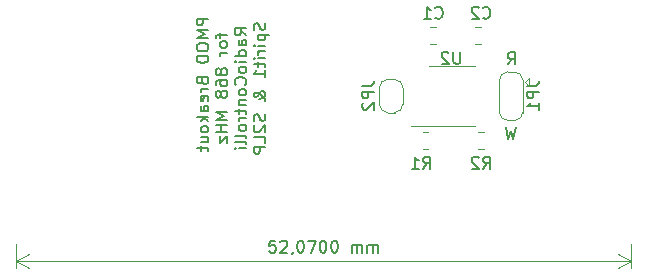
<source format=gbr>
%TF.GenerationSoftware,KiCad,Pcbnew,7.0.4*%
%TF.CreationDate,2023-05-26T13:22:51+02:00*%
%TF.ProjectId,RC_ST_868_PMOD,52435f53-545f-4383-9638-5f504d4f442e,rev?*%
%TF.SameCoordinates,Original*%
%TF.FileFunction,Legend,Bot*%
%TF.FilePolarity,Positive*%
%FSLAX46Y46*%
G04 Gerber Fmt 4.6, Leading zero omitted, Abs format (unit mm)*
G04 Created by KiCad (PCBNEW 7.0.4) date 2023-05-26 13:22:51*
%MOMM*%
%LPD*%
G01*
G04 APERTURE LIST*
%ADD10C,0.150000*%
%ADD11C,0.120000*%
G04 APERTURE END LIST*
D10*
X145776792Y-46859819D02*
X146110125Y-46383628D01*
X146348220Y-46859819D02*
X146348220Y-45859819D01*
X146348220Y-45859819D02*
X145967268Y-45859819D01*
X145967268Y-45859819D02*
X145872030Y-45907438D01*
X145872030Y-45907438D02*
X145824411Y-45955057D01*
X145824411Y-45955057D02*
X145776792Y-46050295D01*
X145776792Y-46050295D02*
X145776792Y-46193152D01*
X145776792Y-46193152D02*
X145824411Y-46288390D01*
X145824411Y-46288390D02*
X145872030Y-46336009D01*
X145872030Y-46336009D02*
X145967268Y-46383628D01*
X145967268Y-46383628D02*
X146348220Y-46383628D01*
X146443458Y-52209819D02*
X146205363Y-53209819D01*
X146205363Y-53209819D02*
X146014887Y-52495533D01*
X146014887Y-52495533D02*
X145824411Y-53209819D01*
X145824411Y-53209819D02*
X145586316Y-52209819D01*
X120419819Y-42990237D02*
X119419819Y-42990237D01*
X119419819Y-42990237D02*
X119419819Y-43371189D01*
X119419819Y-43371189D02*
X119467438Y-43466427D01*
X119467438Y-43466427D02*
X119515057Y-43514046D01*
X119515057Y-43514046D02*
X119610295Y-43561665D01*
X119610295Y-43561665D02*
X119753152Y-43561665D01*
X119753152Y-43561665D02*
X119848390Y-43514046D01*
X119848390Y-43514046D02*
X119896009Y-43466427D01*
X119896009Y-43466427D02*
X119943628Y-43371189D01*
X119943628Y-43371189D02*
X119943628Y-42990237D01*
X120419819Y-43990237D02*
X119419819Y-43990237D01*
X119419819Y-43990237D02*
X120134104Y-44323570D01*
X120134104Y-44323570D02*
X119419819Y-44656903D01*
X119419819Y-44656903D02*
X120419819Y-44656903D01*
X119419819Y-45323570D02*
X119419819Y-45514046D01*
X119419819Y-45514046D02*
X119467438Y-45609284D01*
X119467438Y-45609284D02*
X119562676Y-45704522D01*
X119562676Y-45704522D02*
X119753152Y-45752141D01*
X119753152Y-45752141D02*
X120086485Y-45752141D01*
X120086485Y-45752141D02*
X120276961Y-45704522D01*
X120276961Y-45704522D02*
X120372200Y-45609284D01*
X120372200Y-45609284D02*
X120419819Y-45514046D01*
X120419819Y-45514046D02*
X120419819Y-45323570D01*
X120419819Y-45323570D02*
X120372200Y-45228332D01*
X120372200Y-45228332D02*
X120276961Y-45133094D01*
X120276961Y-45133094D02*
X120086485Y-45085475D01*
X120086485Y-45085475D02*
X119753152Y-45085475D01*
X119753152Y-45085475D02*
X119562676Y-45133094D01*
X119562676Y-45133094D02*
X119467438Y-45228332D01*
X119467438Y-45228332D02*
X119419819Y-45323570D01*
X120419819Y-46180713D02*
X119419819Y-46180713D01*
X119419819Y-46180713D02*
X119419819Y-46418808D01*
X119419819Y-46418808D02*
X119467438Y-46561665D01*
X119467438Y-46561665D02*
X119562676Y-46656903D01*
X119562676Y-46656903D02*
X119657914Y-46704522D01*
X119657914Y-46704522D02*
X119848390Y-46752141D01*
X119848390Y-46752141D02*
X119991247Y-46752141D01*
X119991247Y-46752141D02*
X120181723Y-46704522D01*
X120181723Y-46704522D02*
X120276961Y-46656903D01*
X120276961Y-46656903D02*
X120372200Y-46561665D01*
X120372200Y-46561665D02*
X120419819Y-46418808D01*
X120419819Y-46418808D02*
X120419819Y-46180713D01*
X119896009Y-48275951D02*
X119943628Y-48418808D01*
X119943628Y-48418808D02*
X119991247Y-48466427D01*
X119991247Y-48466427D02*
X120086485Y-48514046D01*
X120086485Y-48514046D02*
X120229342Y-48514046D01*
X120229342Y-48514046D02*
X120324580Y-48466427D01*
X120324580Y-48466427D02*
X120372200Y-48418808D01*
X120372200Y-48418808D02*
X120419819Y-48323570D01*
X120419819Y-48323570D02*
X120419819Y-47942618D01*
X120419819Y-47942618D02*
X119419819Y-47942618D01*
X119419819Y-47942618D02*
X119419819Y-48275951D01*
X119419819Y-48275951D02*
X119467438Y-48371189D01*
X119467438Y-48371189D02*
X119515057Y-48418808D01*
X119515057Y-48418808D02*
X119610295Y-48466427D01*
X119610295Y-48466427D02*
X119705533Y-48466427D01*
X119705533Y-48466427D02*
X119800771Y-48418808D01*
X119800771Y-48418808D02*
X119848390Y-48371189D01*
X119848390Y-48371189D02*
X119896009Y-48275951D01*
X119896009Y-48275951D02*
X119896009Y-47942618D01*
X120419819Y-48942618D02*
X119753152Y-48942618D01*
X119943628Y-48942618D02*
X119848390Y-48990237D01*
X119848390Y-48990237D02*
X119800771Y-49037856D01*
X119800771Y-49037856D02*
X119753152Y-49133094D01*
X119753152Y-49133094D02*
X119753152Y-49228332D01*
X120372200Y-49942618D02*
X120419819Y-49847380D01*
X120419819Y-49847380D02*
X120419819Y-49656904D01*
X120419819Y-49656904D02*
X120372200Y-49561666D01*
X120372200Y-49561666D02*
X120276961Y-49514047D01*
X120276961Y-49514047D02*
X119896009Y-49514047D01*
X119896009Y-49514047D02*
X119800771Y-49561666D01*
X119800771Y-49561666D02*
X119753152Y-49656904D01*
X119753152Y-49656904D02*
X119753152Y-49847380D01*
X119753152Y-49847380D02*
X119800771Y-49942618D01*
X119800771Y-49942618D02*
X119896009Y-49990237D01*
X119896009Y-49990237D02*
X119991247Y-49990237D01*
X119991247Y-49990237D02*
X120086485Y-49514047D01*
X120419819Y-50847380D02*
X119896009Y-50847380D01*
X119896009Y-50847380D02*
X119800771Y-50799761D01*
X119800771Y-50799761D02*
X119753152Y-50704523D01*
X119753152Y-50704523D02*
X119753152Y-50514047D01*
X119753152Y-50514047D02*
X119800771Y-50418809D01*
X120372200Y-50847380D02*
X120419819Y-50752142D01*
X120419819Y-50752142D02*
X120419819Y-50514047D01*
X120419819Y-50514047D02*
X120372200Y-50418809D01*
X120372200Y-50418809D02*
X120276961Y-50371190D01*
X120276961Y-50371190D02*
X120181723Y-50371190D01*
X120181723Y-50371190D02*
X120086485Y-50418809D01*
X120086485Y-50418809D02*
X120038866Y-50514047D01*
X120038866Y-50514047D02*
X120038866Y-50752142D01*
X120038866Y-50752142D02*
X119991247Y-50847380D01*
X120419819Y-51323571D02*
X119419819Y-51323571D01*
X120038866Y-51418809D02*
X120419819Y-51704523D01*
X119753152Y-51704523D02*
X120134104Y-51323571D01*
X120419819Y-52275952D02*
X120372200Y-52180714D01*
X120372200Y-52180714D02*
X120324580Y-52133095D01*
X120324580Y-52133095D02*
X120229342Y-52085476D01*
X120229342Y-52085476D02*
X119943628Y-52085476D01*
X119943628Y-52085476D02*
X119848390Y-52133095D01*
X119848390Y-52133095D02*
X119800771Y-52180714D01*
X119800771Y-52180714D02*
X119753152Y-52275952D01*
X119753152Y-52275952D02*
X119753152Y-52418809D01*
X119753152Y-52418809D02*
X119800771Y-52514047D01*
X119800771Y-52514047D02*
X119848390Y-52561666D01*
X119848390Y-52561666D02*
X119943628Y-52609285D01*
X119943628Y-52609285D02*
X120229342Y-52609285D01*
X120229342Y-52609285D02*
X120324580Y-52561666D01*
X120324580Y-52561666D02*
X120372200Y-52514047D01*
X120372200Y-52514047D02*
X120419819Y-52418809D01*
X120419819Y-52418809D02*
X120419819Y-52275952D01*
X119753152Y-53466428D02*
X120419819Y-53466428D01*
X119753152Y-53037857D02*
X120276961Y-53037857D01*
X120276961Y-53037857D02*
X120372200Y-53085476D01*
X120372200Y-53085476D02*
X120419819Y-53180714D01*
X120419819Y-53180714D02*
X120419819Y-53323571D01*
X120419819Y-53323571D02*
X120372200Y-53418809D01*
X120372200Y-53418809D02*
X120324580Y-53466428D01*
X119753152Y-53799762D02*
X119753152Y-54180714D01*
X119419819Y-53942619D02*
X120276961Y-53942619D01*
X120276961Y-53942619D02*
X120372200Y-53990238D01*
X120372200Y-53990238D02*
X120419819Y-54085476D01*
X120419819Y-54085476D02*
X120419819Y-54180714D01*
X121363152Y-44252142D02*
X121363152Y-44633094D01*
X122029819Y-44394999D02*
X121172676Y-44394999D01*
X121172676Y-44394999D02*
X121077438Y-44442618D01*
X121077438Y-44442618D02*
X121029819Y-44537856D01*
X121029819Y-44537856D02*
X121029819Y-44633094D01*
X122029819Y-45109285D02*
X121982200Y-45014047D01*
X121982200Y-45014047D02*
X121934580Y-44966428D01*
X121934580Y-44966428D02*
X121839342Y-44918809D01*
X121839342Y-44918809D02*
X121553628Y-44918809D01*
X121553628Y-44918809D02*
X121458390Y-44966428D01*
X121458390Y-44966428D02*
X121410771Y-45014047D01*
X121410771Y-45014047D02*
X121363152Y-45109285D01*
X121363152Y-45109285D02*
X121363152Y-45252142D01*
X121363152Y-45252142D02*
X121410771Y-45347380D01*
X121410771Y-45347380D02*
X121458390Y-45394999D01*
X121458390Y-45394999D02*
X121553628Y-45442618D01*
X121553628Y-45442618D02*
X121839342Y-45442618D01*
X121839342Y-45442618D02*
X121934580Y-45394999D01*
X121934580Y-45394999D02*
X121982200Y-45347380D01*
X121982200Y-45347380D02*
X122029819Y-45252142D01*
X122029819Y-45252142D02*
X122029819Y-45109285D01*
X122029819Y-45871190D02*
X121363152Y-45871190D01*
X121553628Y-45871190D02*
X121458390Y-45918809D01*
X121458390Y-45918809D02*
X121410771Y-45966428D01*
X121410771Y-45966428D02*
X121363152Y-46061666D01*
X121363152Y-46061666D02*
X121363152Y-46156904D01*
X121458390Y-47395000D02*
X121410771Y-47299762D01*
X121410771Y-47299762D02*
X121363152Y-47252143D01*
X121363152Y-47252143D02*
X121267914Y-47204524D01*
X121267914Y-47204524D02*
X121220295Y-47204524D01*
X121220295Y-47204524D02*
X121125057Y-47252143D01*
X121125057Y-47252143D02*
X121077438Y-47299762D01*
X121077438Y-47299762D02*
X121029819Y-47395000D01*
X121029819Y-47395000D02*
X121029819Y-47585476D01*
X121029819Y-47585476D02*
X121077438Y-47680714D01*
X121077438Y-47680714D02*
X121125057Y-47728333D01*
X121125057Y-47728333D02*
X121220295Y-47775952D01*
X121220295Y-47775952D02*
X121267914Y-47775952D01*
X121267914Y-47775952D02*
X121363152Y-47728333D01*
X121363152Y-47728333D02*
X121410771Y-47680714D01*
X121410771Y-47680714D02*
X121458390Y-47585476D01*
X121458390Y-47585476D02*
X121458390Y-47395000D01*
X121458390Y-47395000D02*
X121506009Y-47299762D01*
X121506009Y-47299762D02*
X121553628Y-47252143D01*
X121553628Y-47252143D02*
X121648866Y-47204524D01*
X121648866Y-47204524D02*
X121839342Y-47204524D01*
X121839342Y-47204524D02*
X121934580Y-47252143D01*
X121934580Y-47252143D02*
X121982200Y-47299762D01*
X121982200Y-47299762D02*
X122029819Y-47395000D01*
X122029819Y-47395000D02*
X122029819Y-47585476D01*
X122029819Y-47585476D02*
X121982200Y-47680714D01*
X121982200Y-47680714D02*
X121934580Y-47728333D01*
X121934580Y-47728333D02*
X121839342Y-47775952D01*
X121839342Y-47775952D02*
X121648866Y-47775952D01*
X121648866Y-47775952D02*
X121553628Y-47728333D01*
X121553628Y-47728333D02*
X121506009Y-47680714D01*
X121506009Y-47680714D02*
X121458390Y-47585476D01*
X121029819Y-48633095D02*
X121029819Y-48442619D01*
X121029819Y-48442619D02*
X121077438Y-48347381D01*
X121077438Y-48347381D02*
X121125057Y-48299762D01*
X121125057Y-48299762D02*
X121267914Y-48204524D01*
X121267914Y-48204524D02*
X121458390Y-48156905D01*
X121458390Y-48156905D02*
X121839342Y-48156905D01*
X121839342Y-48156905D02*
X121934580Y-48204524D01*
X121934580Y-48204524D02*
X121982200Y-48252143D01*
X121982200Y-48252143D02*
X122029819Y-48347381D01*
X122029819Y-48347381D02*
X122029819Y-48537857D01*
X122029819Y-48537857D02*
X121982200Y-48633095D01*
X121982200Y-48633095D02*
X121934580Y-48680714D01*
X121934580Y-48680714D02*
X121839342Y-48728333D01*
X121839342Y-48728333D02*
X121601247Y-48728333D01*
X121601247Y-48728333D02*
X121506009Y-48680714D01*
X121506009Y-48680714D02*
X121458390Y-48633095D01*
X121458390Y-48633095D02*
X121410771Y-48537857D01*
X121410771Y-48537857D02*
X121410771Y-48347381D01*
X121410771Y-48347381D02*
X121458390Y-48252143D01*
X121458390Y-48252143D02*
X121506009Y-48204524D01*
X121506009Y-48204524D02*
X121601247Y-48156905D01*
X121458390Y-49299762D02*
X121410771Y-49204524D01*
X121410771Y-49204524D02*
X121363152Y-49156905D01*
X121363152Y-49156905D02*
X121267914Y-49109286D01*
X121267914Y-49109286D02*
X121220295Y-49109286D01*
X121220295Y-49109286D02*
X121125057Y-49156905D01*
X121125057Y-49156905D02*
X121077438Y-49204524D01*
X121077438Y-49204524D02*
X121029819Y-49299762D01*
X121029819Y-49299762D02*
X121029819Y-49490238D01*
X121029819Y-49490238D02*
X121077438Y-49585476D01*
X121077438Y-49585476D02*
X121125057Y-49633095D01*
X121125057Y-49633095D02*
X121220295Y-49680714D01*
X121220295Y-49680714D02*
X121267914Y-49680714D01*
X121267914Y-49680714D02*
X121363152Y-49633095D01*
X121363152Y-49633095D02*
X121410771Y-49585476D01*
X121410771Y-49585476D02*
X121458390Y-49490238D01*
X121458390Y-49490238D02*
X121458390Y-49299762D01*
X121458390Y-49299762D02*
X121506009Y-49204524D01*
X121506009Y-49204524D02*
X121553628Y-49156905D01*
X121553628Y-49156905D02*
X121648866Y-49109286D01*
X121648866Y-49109286D02*
X121839342Y-49109286D01*
X121839342Y-49109286D02*
X121934580Y-49156905D01*
X121934580Y-49156905D02*
X121982200Y-49204524D01*
X121982200Y-49204524D02*
X122029819Y-49299762D01*
X122029819Y-49299762D02*
X122029819Y-49490238D01*
X122029819Y-49490238D02*
X121982200Y-49585476D01*
X121982200Y-49585476D02*
X121934580Y-49633095D01*
X121934580Y-49633095D02*
X121839342Y-49680714D01*
X121839342Y-49680714D02*
X121648866Y-49680714D01*
X121648866Y-49680714D02*
X121553628Y-49633095D01*
X121553628Y-49633095D02*
X121506009Y-49585476D01*
X121506009Y-49585476D02*
X121458390Y-49490238D01*
X122029819Y-50871191D02*
X121029819Y-50871191D01*
X121029819Y-50871191D02*
X121744104Y-51204524D01*
X121744104Y-51204524D02*
X121029819Y-51537857D01*
X121029819Y-51537857D02*
X122029819Y-51537857D01*
X122029819Y-52014048D02*
X121029819Y-52014048D01*
X121506009Y-52014048D02*
X121506009Y-52585476D01*
X122029819Y-52585476D02*
X121029819Y-52585476D01*
X121363152Y-52966429D02*
X121363152Y-53490238D01*
X121363152Y-53490238D02*
X122029819Y-52966429D01*
X122029819Y-52966429D02*
X122029819Y-53490238D01*
X123639819Y-44394999D02*
X123163628Y-44061666D01*
X123639819Y-43823571D02*
X122639819Y-43823571D01*
X122639819Y-43823571D02*
X122639819Y-44204523D01*
X122639819Y-44204523D02*
X122687438Y-44299761D01*
X122687438Y-44299761D02*
X122735057Y-44347380D01*
X122735057Y-44347380D02*
X122830295Y-44394999D01*
X122830295Y-44394999D02*
X122973152Y-44394999D01*
X122973152Y-44394999D02*
X123068390Y-44347380D01*
X123068390Y-44347380D02*
X123116009Y-44299761D01*
X123116009Y-44299761D02*
X123163628Y-44204523D01*
X123163628Y-44204523D02*
X123163628Y-43823571D01*
X123639819Y-45252142D02*
X123116009Y-45252142D01*
X123116009Y-45252142D02*
X123020771Y-45204523D01*
X123020771Y-45204523D02*
X122973152Y-45109285D01*
X122973152Y-45109285D02*
X122973152Y-44918809D01*
X122973152Y-44918809D02*
X123020771Y-44823571D01*
X123592200Y-45252142D02*
X123639819Y-45156904D01*
X123639819Y-45156904D02*
X123639819Y-44918809D01*
X123639819Y-44918809D02*
X123592200Y-44823571D01*
X123592200Y-44823571D02*
X123496961Y-44775952D01*
X123496961Y-44775952D02*
X123401723Y-44775952D01*
X123401723Y-44775952D02*
X123306485Y-44823571D01*
X123306485Y-44823571D02*
X123258866Y-44918809D01*
X123258866Y-44918809D02*
X123258866Y-45156904D01*
X123258866Y-45156904D02*
X123211247Y-45252142D01*
X123639819Y-46156904D02*
X122639819Y-46156904D01*
X123592200Y-46156904D02*
X123639819Y-46061666D01*
X123639819Y-46061666D02*
X123639819Y-45871190D01*
X123639819Y-45871190D02*
X123592200Y-45775952D01*
X123592200Y-45775952D02*
X123544580Y-45728333D01*
X123544580Y-45728333D02*
X123449342Y-45680714D01*
X123449342Y-45680714D02*
X123163628Y-45680714D01*
X123163628Y-45680714D02*
X123068390Y-45728333D01*
X123068390Y-45728333D02*
X123020771Y-45775952D01*
X123020771Y-45775952D02*
X122973152Y-45871190D01*
X122973152Y-45871190D02*
X122973152Y-46061666D01*
X122973152Y-46061666D02*
X123020771Y-46156904D01*
X123639819Y-46633095D02*
X122973152Y-46633095D01*
X122639819Y-46633095D02*
X122687438Y-46585476D01*
X122687438Y-46585476D02*
X122735057Y-46633095D01*
X122735057Y-46633095D02*
X122687438Y-46680714D01*
X122687438Y-46680714D02*
X122639819Y-46633095D01*
X122639819Y-46633095D02*
X122735057Y-46633095D01*
X123639819Y-47252142D02*
X123592200Y-47156904D01*
X123592200Y-47156904D02*
X123544580Y-47109285D01*
X123544580Y-47109285D02*
X123449342Y-47061666D01*
X123449342Y-47061666D02*
X123163628Y-47061666D01*
X123163628Y-47061666D02*
X123068390Y-47109285D01*
X123068390Y-47109285D02*
X123020771Y-47156904D01*
X123020771Y-47156904D02*
X122973152Y-47252142D01*
X122973152Y-47252142D02*
X122973152Y-47394999D01*
X122973152Y-47394999D02*
X123020771Y-47490237D01*
X123020771Y-47490237D02*
X123068390Y-47537856D01*
X123068390Y-47537856D02*
X123163628Y-47585475D01*
X123163628Y-47585475D02*
X123449342Y-47585475D01*
X123449342Y-47585475D02*
X123544580Y-47537856D01*
X123544580Y-47537856D02*
X123592200Y-47490237D01*
X123592200Y-47490237D02*
X123639819Y-47394999D01*
X123639819Y-47394999D02*
X123639819Y-47252142D01*
X123544580Y-48585475D02*
X123592200Y-48537856D01*
X123592200Y-48537856D02*
X123639819Y-48394999D01*
X123639819Y-48394999D02*
X123639819Y-48299761D01*
X123639819Y-48299761D02*
X123592200Y-48156904D01*
X123592200Y-48156904D02*
X123496961Y-48061666D01*
X123496961Y-48061666D02*
X123401723Y-48014047D01*
X123401723Y-48014047D02*
X123211247Y-47966428D01*
X123211247Y-47966428D02*
X123068390Y-47966428D01*
X123068390Y-47966428D02*
X122877914Y-48014047D01*
X122877914Y-48014047D02*
X122782676Y-48061666D01*
X122782676Y-48061666D02*
X122687438Y-48156904D01*
X122687438Y-48156904D02*
X122639819Y-48299761D01*
X122639819Y-48299761D02*
X122639819Y-48394999D01*
X122639819Y-48394999D02*
X122687438Y-48537856D01*
X122687438Y-48537856D02*
X122735057Y-48585475D01*
X123639819Y-49156904D02*
X123592200Y-49061666D01*
X123592200Y-49061666D02*
X123544580Y-49014047D01*
X123544580Y-49014047D02*
X123449342Y-48966428D01*
X123449342Y-48966428D02*
X123163628Y-48966428D01*
X123163628Y-48966428D02*
X123068390Y-49014047D01*
X123068390Y-49014047D02*
X123020771Y-49061666D01*
X123020771Y-49061666D02*
X122973152Y-49156904D01*
X122973152Y-49156904D02*
X122973152Y-49299761D01*
X122973152Y-49299761D02*
X123020771Y-49394999D01*
X123020771Y-49394999D02*
X123068390Y-49442618D01*
X123068390Y-49442618D02*
X123163628Y-49490237D01*
X123163628Y-49490237D02*
X123449342Y-49490237D01*
X123449342Y-49490237D02*
X123544580Y-49442618D01*
X123544580Y-49442618D02*
X123592200Y-49394999D01*
X123592200Y-49394999D02*
X123639819Y-49299761D01*
X123639819Y-49299761D02*
X123639819Y-49156904D01*
X122973152Y-49918809D02*
X123639819Y-49918809D01*
X123068390Y-49918809D02*
X123020771Y-49966428D01*
X123020771Y-49966428D02*
X122973152Y-50061666D01*
X122973152Y-50061666D02*
X122973152Y-50204523D01*
X122973152Y-50204523D02*
X123020771Y-50299761D01*
X123020771Y-50299761D02*
X123116009Y-50347380D01*
X123116009Y-50347380D02*
X123639819Y-50347380D01*
X122973152Y-50680714D02*
X122973152Y-51061666D01*
X122639819Y-50823571D02*
X123496961Y-50823571D01*
X123496961Y-50823571D02*
X123592200Y-50871190D01*
X123592200Y-50871190D02*
X123639819Y-50966428D01*
X123639819Y-50966428D02*
X123639819Y-51061666D01*
X123639819Y-51395000D02*
X122973152Y-51395000D01*
X123163628Y-51395000D02*
X123068390Y-51442619D01*
X123068390Y-51442619D02*
X123020771Y-51490238D01*
X123020771Y-51490238D02*
X122973152Y-51585476D01*
X122973152Y-51585476D02*
X122973152Y-51680714D01*
X123639819Y-52156905D02*
X123592200Y-52061667D01*
X123592200Y-52061667D02*
X123544580Y-52014048D01*
X123544580Y-52014048D02*
X123449342Y-51966429D01*
X123449342Y-51966429D02*
X123163628Y-51966429D01*
X123163628Y-51966429D02*
X123068390Y-52014048D01*
X123068390Y-52014048D02*
X123020771Y-52061667D01*
X123020771Y-52061667D02*
X122973152Y-52156905D01*
X122973152Y-52156905D02*
X122973152Y-52299762D01*
X122973152Y-52299762D02*
X123020771Y-52395000D01*
X123020771Y-52395000D02*
X123068390Y-52442619D01*
X123068390Y-52442619D02*
X123163628Y-52490238D01*
X123163628Y-52490238D02*
X123449342Y-52490238D01*
X123449342Y-52490238D02*
X123544580Y-52442619D01*
X123544580Y-52442619D02*
X123592200Y-52395000D01*
X123592200Y-52395000D02*
X123639819Y-52299762D01*
X123639819Y-52299762D02*
X123639819Y-52156905D01*
X123639819Y-53061667D02*
X123592200Y-52966429D01*
X123592200Y-52966429D02*
X123496961Y-52918810D01*
X123496961Y-52918810D02*
X122639819Y-52918810D01*
X123639819Y-53585477D02*
X123592200Y-53490239D01*
X123592200Y-53490239D02*
X123496961Y-53442620D01*
X123496961Y-53442620D02*
X122639819Y-53442620D01*
X123639819Y-53966430D02*
X122973152Y-53966430D01*
X122639819Y-53966430D02*
X122687438Y-53918811D01*
X122687438Y-53918811D02*
X122735057Y-53966430D01*
X122735057Y-53966430D02*
X122687438Y-54014049D01*
X122687438Y-54014049D02*
X122639819Y-53966430D01*
X122639819Y-53966430D02*
X122735057Y-53966430D01*
X125202200Y-43371190D02*
X125249819Y-43514047D01*
X125249819Y-43514047D02*
X125249819Y-43752142D01*
X125249819Y-43752142D02*
X125202200Y-43847380D01*
X125202200Y-43847380D02*
X125154580Y-43894999D01*
X125154580Y-43894999D02*
X125059342Y-43942618D01*
X125059342Y-43942618D02*
X124964104Y-43942618D01*
X124964104Y-43942618D02*
X124868866Y-43894999D01*
X124868866Y-43894999D02*
X124821247Y-43847380D01*
X124821247Y-43847380D02*
X124773628Y-43752142D01*
X124773628Y-43752142D02*
X124726009Y-43561666D01*
X124726009Y-43561666D02*
X124678390Y-43466428D01*
X124678390Y-43466428D02*
X124630771Y-43418809D01*
X124630771Y-43418809D02*
X124535533Y-43371190D01*
X124535533Y-43371190D02*
X124440295Y-43371190D01*
X124440295Y-43371190D02*
X124345057Y-43418809D01*
X124345057Y-43418809D02*
X124297438Y-43466428D01*
X124297438Y-43466428D02*
X124249819Y-43561666D01*
X124249819Y-43561666D02*
X124249819Y-43799761D01*
X124249819Y-43799761D02*
X124297438Y-43942618D01*
X124583152Y-44371190D02*
X125583152Y-44371190D01*
X124630771Y-44371190D02*
X124583152Y-44466428D01*
X124583152Y-44466428D02*
X124583152Y-44656904D01*
X124583152Y-44656904D02*
X124630771Y-44752142D01*
X124630771Y-44752142D02*
X124678390Y-44799761D01*
X124678390Y-44799761D02*
X124773628Y-44847380D01*
X124773628Y-44847380D02*
X125059342Y-44847380D01*
X125059342Y-44847380D02*
X125154580Y-44799761D01*
X125154580Y-44799761D02*
X125202200Y-44752142D01*
X125202200Y-44752142D02*
X125249819Y-44656904D01*
X125249819Y-44656904D02*
X125249819Y-44466428D01*
X125249819Y-44466428D02*
X125202200Y-44371190D01*
X125249819Y-45275952D02*
X124583152Y-45275952D01*
X124249819Y-45275952D02*
X124297438Y-45228333D01*
X124297438Y-45228333D02*
X124345057Y-45275952D01*
X124345057Y-45275952D02*
X124297438Y-45323571D01*
X124297438Y-45323571D02*
X124249819Y-45275952D01*
X124249819Y-45275952D02*
X124345057Y-45275952D01*
X125249819Y-45752142D02*
X124583152Y-45752142D01*
X124773628Y-45752142D02*
X124678390Y-45799761D01*
X124678390Y-45799761D02*
X124630771Y-45847380D01*
X124630771Y-45847380D02*
X124583152Y-45942618D01*
X124583152Y-45942618D02*
X124583152Y-46037856D01*
X125249819Y-46371190D02*
X124583152Y-46371190D01*
X124249819Y-46371190D02*
X124297438Y-46323571D01*
X124297438Y-46323571D02*
X124345057Y-46371190D01*
X124345057Y-46371190D02*
X124297438Y-46418809D01*
X124297438Y-46418809D02*
X124249819Y-46371190D01*
X124249819Y-46371190D02*
X124345057Y-46371190D01*
X124583152Y-46704523D02*
X124583152Y-47085475D01*
X124249819Y-46847380D02*
X125106961Y-46847380D01*
X125106961Y-46847380D02*
X125202200Y-46894999D01*
X125202200Y-46894999D02*
X125249819Y-46990237D01*
X125249819Y-46990237D02*
X125249819Y-47085475D01*
X125249819Y-47942618D02*
X125249819Y-47371190D01*
X125249819Y-47656904D02*
X124249819Y-47656904D01*
X124249819Y-47656904D02*
X124392676Y-47561666D01*
X124392676Y-47561666D02*
X124487914Y-47466428D01*
X124487914Y-47466428D02*
X124535533Y-47371190D01*
X125249819Y-49942619D02*
X125249819Y-49895000D01*
X125249819Y-49895000D02*
X125202200Y-49799761D01*
X125202200Y-49799761D02*
X125059342Y-49656904D01*
X125059342Y-49656904D02*
X124773628Y-49418809D01*
X124773628Y-49418809D02*
X124630771Y-49323571D01*
X124630771Y-49323571D02*
X124487914Y-49275952D01*
X124487914Y-49275952D02*
X124392676Y-49275952D01*
X124392676Y-49275952D02*
X124297438Y-49323571D01*
X124297438Y-49323571D02*
X124249819Y-49418809D01*
X124249819Y-49418809D02*
X124249819Y-49466428D01*
X124249819Y-49466428D02*
X124297438Y-49561666D01*
X124297438Y-49561666D02*
X124392676Y-49609285D01*
X124392676Y-49609285D02*
X124440295Y-49609285D01*
X124440295Y-49609285D02*
X124535533Y-49561666D01*
X124535533Y-49561666D02*
X124583152Y-49514047D01*
X124583152Y-49514047D02*
X124773628Y-49228333D01*
X124773628Y-49228333D02*
X124821247Y-49180714D01*
X124821247Y-49180714D02*
X124916485Y-49133095D01*
X124916485Y-49133095D02*
X125059342Y-49133095D01*
X125059342Y-49133095D02*
X125154580Y-49180714D01*
X125154580Y-49180714D02*
X125202200Y-49228333D01*
X125202200Y-49228333D02*
X125249819Y-49323571D01*
X125249819Y-49323571D02*
X125249819Y-49466428D01*
X125249819Y-49466428D02*
X125202200Y-49561666D01*
X125202200Y-49561666D02*
X125154580Y-49609285D01*
X125154580Y-49609285D02*
X124964104Y-49752142D01*
X124964104Y-49752142D02*
X124821247Y-49799761D01*
X124821247Y-49799761D02*
X124726009Y-49799761D01*
X125202200Y-51085476D02*
X125249819Y-51228333D01*
X125249819Y-51228333D02*
X125249819Y-51466428D01*
X125249819Y-51466428D02*
X125202200Y-51561666D01*
X125202200Y-51561666D02*
X125154580Y-51609285D01*
X125154580Y-51609285D02*
X125059342Y-51656904D01*
X125059342Y-51656904D02*
X124964104Y-51656904D01*
X124964104Y-51656904D02*
X124868866Y-51609285D01*
X124868866Y-51609285D02*
X124821247Y-51561666D01*
X124821247Y-51561666D02*
X124773628Y-51466428D01*
X124773628Y-51466428D02*
X124726009Y-51275952D01*
X124726009Y-51275952D02*
X124678390Y-51180714D01*
X124678390Y-51180714D02*
X124630771Y-51133095D01*
X124630771Y-51133095D02*
X124535533Y-51085476D01*
X124535533Y-51085476D02*
X124440295Y-51085476D01*
X124440295Y-51085476D02*
X124345057Y-51133095D01*
X124345057Y-51133095D02*
X124297438Y-51180714D01*
X124297438Y-51180714D02*
X124249819Y-51275952D01*
X124249819Y-51275952D02*
X124249819Y-51514047D01*
X124249819Y-51514047D02*
X124297438Y-51656904D01*
X124345057Y-52037857D02*
X124297438Y-52085476D01*
X124297438Y-52085476D02*
X124249819Y-52180714D01*
X124249819Y-52180714D02*
X124249819Y-52418809D01*
X124249819Y-52418809D02*
X124297438Y-52514047D01*
X124297438Y-52514047D02*
X124345057Y-52561666D01*
X124345057Y-52561666D02*
X124440295Y-52609285D01*
X124440295Y-52609285D02*
X124535533Y-52609285D01*
X124535533Y-52609285D02*
X124678390Y-52561666D01*
X124678390Y-52561666D02*
X125249819Y-51990238D01*
X125249819Y-51990238D02*
X125249819Y-52609285D01*
X125249819Y-53514047D02*
X125249819Y-53037857D01*
X125249819Y-53037857D02*
X124249819Y-53037857D01*
X125249819Y-53847381D02*
X124249819Y-53847381D01*
X124249819Y-53847381D02*
X124249819Y-54228333D01*
X124249819Y-54228333D02*
X124297438Y-54323571D01*
X124297438Y-54323571D02*
X124345057Y-54371190D01*
X124345057Y-54371190D02*
X124440295Y-54418809D01*
X124440295Y-54418809D02*
X124583152Y-54418809D01*
X124583152Y-54418809D02*
X124678390Y-54371190D01*
X124678390Y-54371190D02*
X124726009Y-54323571D01*
X124726009Y-54323571D02*
X124773628Y-54228333D01*
X124773628Y-54228333D02*
X124773628Y-53847381D01*
X126079762Y-61804819D02*
X125603572Y-61804819D01*
X125603572Y-61804819D02*
X125555953Y-62281009D01*
X125555953Y-62281009D02*
X125603572Y-62233390D01*
X125603572Y-62233390D02*
X125698810Y-62185771D01*
X125698810Y-62185771D02*
X125936905Y-62185771D01*
X125936905Y-62185771D02*
X126032143Y-62233390D01*
X126032143Y-62233390D02*
X126079762Y-62281009D01*
X126079762Y-62281009D02*
X126127381Y-62376247D01*
X126127381Y-62376247D02*
X126127381Y-62614342D01*
X126127381Y-62614342D02*
X126079762Y-62709580D01*
X126079762Y-62709580D02*
X126032143Y-62757200D01*
X126032143Y-62757200D02*
X125936905Y-62804819D01*
X125936905Y-62804819D02*
X125698810Y-62804819D01*
X125698810Y-62804819D02*
X125603572Y-62757200D01*
X125603572Y-62757200D02*
X125555953Y-62709580D01*
X126508334Y-61900057D02*
X126555953Y-61852438D01*
X126555953Y-61852438D02*
X126651191Y-61804819D01*
X126651191Y-61804819D02*
X126889286Y-61804819D01*
X126889286Y-61804819D02*
X126984524Y-61852438D01*
X126984524Y-61852438D02*
X127032143Y-61900057D01*
X127032143Y-61900057D02*
X127079762Y-61995295D01*
X127079762Y-61995295D02*
X127079762Y-62090533D01*
X127079762Y-62090533D02*
X127032143Y-62233390D01*
X127032143Y-62233390D02*
X126460715Y-62804819D01*
X126460715Y-62804819D02*
X127079762Y-62804819D01*
X127555953Y-62757200D02*
X127555953Y-62804819D01*
X127555953Y-62804819D02*
X127508334Y-62900057D01*
X127508334Y-62900057D02*
X127460715Y-62947676D01*
X128175000Y-61804819D02*
X128270238Y-61804819D01*
X128270238Y-61804819D02*
X128365476Y-61852438D01*
X128365476Y-61852438D02*
X128413095Y-61900057D01*
X128413095Y-61900057D02*
X128460714Y-61995295D01*
X128460714Y-61995295D02*
X128508333Y-62185771D01*
X128508333Y-62185771D02*
X128508333Y-62423866D01*
X128508333Y-62423866D02*
X128460714Y-62614342D01*
X128460714Y-62614342D02*
X128413095Y-62709580D01*
X128413095Y-62709580D02*
X128365476Y-62757200D01*
X128365476Y-62757200D02*
X128270238Y-62804819D01*
X128270238Y-62804819D02*
X128175000Y-62804819D01*
X128175000Y-62804819D02*
X128079762Y-62757200D01*
X128079762Y-62757200D02*
X128032143Y-62709580D01*
X128032143Y-62709580D02*
X127984524Y-62614342D01*
X127984524Y-62614342D02*
X127936905Y-62423866D01*
X127936905Y-62423866D02*
X127936905Y-62185771D01*
X127936905Y-62185771D02*
X127984524Y-61995295D01*
X127984524Y-61995295D02*
X128032143Y-61900057D01*
X128032143Y-61900057D02*
X128079762Y-61852438D01*
X128079762Y-61852438D02*
X128175000Y-61804819D01*
X128841667Y-61804819D02*
X129508333Y-61804819D01*
X129508333Y-61804819D02*
X129079762Y-62804819D01*
X130079762Y-61804819D02*
X130175000Y-61804819D01*
X130175000Y-61804819D02*
X130270238Y-61852438D01*
X130270238Y-61852438D02*
X130317857Y-61900057D01*
X130317857Y-61900057D02*
X130365476Y-61995295D01*
X130365476Y-61995295D02*
X130413095Y-62185771D01*
X130413095Y-62185771D02*
X130413095Y-62423866D01*
X130413095Y-62423866D02*
X130365476Y-62614342D01*
X130365476Y-62614342D02*
X130317857Y-62709580D01*
X130317857Y-62709580D02*
X130270238Y-62757200D01*
X130270238Y-62757200D02*
X130175000Y-62804819D01*
X130175000Y-62804819D02*
X130079762Y-62804819D01*
X130079762Y-62804819D02*
X129984524Y-62757200D01*
X129984524Y-62757200D02*
X129936905Y-62709580D01*
X129936905Y-62709580D02*
X129889286Y-62614342D01*
X129889286Y-62614342D02*
X129841667Y-62423866D01*
X129841667Y-62423866D02*
X129841667Y-62185771D01*
X129841667Y-62185771D02*
X129889286Y-61995295D01*
X129889286Y-61995295D02*
X129936905Y-61900057D01*
X129936905Y-61900057D02*
X129984524Y-61852438D01*
X129984524Y-61852438D02*
X130079762Y-61804819D01*
X131032143Y-61804819D02*
X131127381Y-61804819D01*
X131127381Y-61804819D02*
X131222619Y-61852438D01*
X131222619Y-61852438D02*
X131270238Y-61900057D01*
X131270238Y-61900057D02*
X131317857Y-61995295D01*
X131317857Y-61995295D02*
X131365476Y-62185771D01*
X131365476Y-62185771D02*
X131365476Y-62423866D01*
X131365476Y-62423866D02*
X131317857Y-62614342D01*
X131317857Y-62614342D02*
X131270238Y-62709580D01*
X131270238Y-62709580D02*
X131222619Y-62757200D01*
X131222619Y-62757200D02*
X131127381Y-62804819D01*
X131127381Y-62804819D02*
X131032143Y-62804819D01*
X131032143Y-62804819D02*
X130936905Y-62757200D01*
X130936905Y-62757200D02*
X130889286Y-62709580D01*
X130889286Y-62709580D02*
X130841667Y-62614342D01*
X130841667Y-62614342D02*
X130794048Y-62423866D01*
X130794048Y-62423866D02*
X130794048Y-62185771D01*
X130794048Y-62185771D02*
X130841667Y-61995295D01*
X130841667Y-61995295D02*
X130889286Y-61900057D01*
X130889286Y-61900057D02*
X130936905Y-61852438D01*
X130936905Y-61852438D02*
X131032143Y-61804819D01*
X132555953Y-62804819D02*
X132555953Y-62138152D01*
X132555953Y-62233390D02*
X132603572Y-62185771D01*
X132603572Y-62185771D02*
X132698810Y-62138152D01*
X132698810Y-62138152D02*
X132841667Y-62138152D01*
X132841667Y-62138152D02*
X132936905Y-62185771D01*
X132936905Y-62185771D02*
X132984524Y-62281009D01*
X132984524Y-62281009D02*
X132984524Y-62804819D01*
X132984524Y-62281009D02*
X133032143Y-62185771D01*
X133032143Y-62185771D02*
X133127381Y-62138152D01*
X133127381Y-62138152D02*
X133270238Y-62138152D01*
X133270238Y-62138152D02*
X133365477Y-62185771D01*
X133365477Y-62185771D02*
X133413096Y-62281009D01*
X133413096Y-62281009D02*
X133413096Y-62804819D01*
X133889286Y-62804819D02*
X133889286Y-62138152D01*
X133889286Y-62233390D02*
X133936905Y-62185771D01*
X133936905Y-62185771D02*
X134032143Y-62138152D01*
X134032143Y-62138152D02*
X134175000Y-62138152D01*
X134175000Y-62138152D02*
X134270238Y-62185771D01*
X134270238Y-62185771D02*
X134317857Y-62281009D01*
X134317857Y-62281009D02*
X134317857Y-62804819D01*
X134317857Y-62281009D02*
X134365476Y-62185771D01*
X134365476Y-62185771D02*
X134460714Y-62138152D01*
X134460714Y-62138152D02*
X134603571Y-62138152D01*
X134603571Y-62138152D02*
X134698810Y-62185771D01*
X134698810Y-62185771D02*
X134746429Y-62281009D01*
X134746429Y-62281009D02*
X134746429Y-62804819D01*
D11*
X104140000Y-62095000D02*
X104140000Y-64086420D01*
X156210000Y-62095000D02*
X156210000Y-64086420D01*
X104140000Y-63500000D02*
X156210000Y-63500000D01*
X104140000Y-63500000D02*
X156210000Y-63500000D01*
X104140000Y-63500000D02*
X105266504Y-62913579D01*
X104140000Y-63500000D02*
X105266504Y-64086421D01*
X156210000Y-63500000D02*
X155083496Y-64086421D01*
X156210000Y-63500000D02*
X155083496Y-62913579D01*
D10*
%TO.C,R2*%
X143676666Y-55699819D02*
X144009999Y-55223628D01*
X144248094Y-55699819D02*
X144248094Y-54699819D01*
X144248094Y-54699819D02*
X143867142Y-54699819D01*
X143867142Y-54699819D02*
X143771904Y-54747438D01*
X143771904Y-54747438D02*
X143724285Y-54795057D01*
X143724285Y-54795057D02*
X143676666Y-54890295D01*
X143676666Y-54890295D02*
X143676666Y-55033152D01*
X143676666Y-55033152D02*
X143724285Y-55128390D01*
X143724285Y-55128390D02*
X143771904Y-55176009D01*
X143771904Y-55176009D02*
X143867142Y-55223628D01*
X143867142Y-55223628D02*
X144248094Y-55223628D01*
X143295713Y-54795057D02*
X143248094Y-54747438D01*
X143248094Y-54747438D02*
X143152856Y-54699819D01*
X143152856Y-54699819D02*
X142914761Y-54699819D01*
X142914761Y-54699819D02*
X142819523Y-54747438D01*
X142819523Y-54747438D02*
X142771904Y-54795057D01*
X142771904Y-54795057D02*
X142724285Y-54890295D01*
X142724285Y-54890295D02*
X142724285Y-54985533D01*
X142724285Y-54985533D02*
X142771904Y-55128390D01*
X142771904Y-55128390D02*
X143343332Y-55699819D01*
X143343332Y-55699819D02*
X142724285Y-55699819D01*
%TO.C,C1*%
X139634166Y-42904580D02*
X139681785Y-42952200D01*
X139681785Y-42952200D02*
X139824642Y-42999819D01*
X139824642Y-42999819D02*
X139919880Y-42999819D01*
X139919880Y-42999819D02*
X140062737Y-42952200D01*
X140062737Y-42952200D02*
X140157975Y-42856961D01*
X140157975Y-42856961D02*
X140205594Y-42761723D01*
X140205594Y-42761723D02*
X140253213Y-42571247D01*
X140253213Y-42571247D02*
X140253213Y-42428390D01*
X140253213Y-42428390D02*
X140205594Y-42237914D01*
X140205594Y-42237914D02*
X140157975Y-42142676D01*
X140157975Y-42142676D02*
X140062737Y-42047438D01*
X140062737Y-42047438D02*
X139919880Y-41999819D01*
X139919880Y-41999819D02*
X139824642Y-41999819D01*
X139824642Y-41999819D02*
X139681785Y-42047438D01*
X139681785Y-42047438D02*
X139634166Y-42095057D01*
X138681785Y-42999819D02*
X139253213Y-42999819D01*
X138967499Y-42999819D02*
X138967499Y-41999819D01*
X138967499Y-41999819D02*
X139062737Y-42142676D01*
X139062737Y-42142676D02*
X139157975Y-42237914D01*
X139157975Y-42237914D02*
X139253213Y-42285533D01*
%TO.C,JP1*%
X147409819Y-48696666D02*
X148124104Y-48696666D01*
X148124104Y-48696666D02*
X148266961Y-48649047D01*
X148266961Y-48649047D02*
X148362200Y-48553809D01*
X148362200Y-48553809D02*
X148409819Y-48410952D01*
X148409819Y-48410952D02*
X148409819Y-48315714D01*
X148409819Y-49172857D02*
X147409819Y-49172857D01*
X147409819Y-49172857D02*
X147409819Y-49553809D01*
X147409819Y-49553809D02*
X147457438Y-49649047D01*
X147457438Y-49649047D02*
X147505057Y-49696666D01*
X147505057Y-49696666D02*
X147600295Y-49744285D01*
X147600295Y-49744285D02*
X147743152Y-49744285D01*
X147743152Y-49744285D02*
X147838390Y-49696666D01*
X147838390Y-49696666D02*
X147886009Y-49649047D01*
X147886009Y-49649047D02*
X147933628Y-49553809D01*
X147933628Y-49553809D02*
X147933628Y-49172857D01*
X148409819Y-50696666D02*
X148409819Y-50125238D01*
X148409819Y-50410952D02*
X147409819Y-50410952D01*
X147409819Y-50410952D02*
X147552676Y-50315714D01*
X147552676Y-50315714D02*
X147647914Y-50220476D01*
X147647914Y-50220476D02*
X147695533Y-50125238D01*
%TO.C,R1*%
X138596666Y-55699819D02*
X138929999Y-55223628D01*
X139168094Y-55699819D02*
X139168094Y-54699819D01*
X139168094Y-54699819D02*
X138787142Y-54699819D01*
X138787142Y-54699819D02*
X138691904Y-54747438D01*
X138691904Y-54747438D02*
X138644285Y-54795057D01*
X138644285Y-54795057D02*
X138596666Y-54890295D01*
X138596666Y-54890295D02*
X138596666Y-55033152D01*
X138596666Y-55033152D02*
X138644285Y-55128390D01*
X138644285Y-55128390D02*
X138691904Y-55176009D01*
X138691904Y-55176009D02*
X138787142Y-55223628D01*
X138787142Y-55223628D02*
X139168094Y-55223628D01*
X137644285Y-55699819D02*
X138215713Y-55699819D01*
X137929999Y-55699819D02*
X137929999Y-54699819D01*
X137929999Y-54699819D02*
X138025237Y-54842676D01*
X138025237Y-54842676D02*
X138120475Y-54937914D01*
X138120475Y-54937914D02*
X138215713Y-54985533D01*
%TO.C,C2*%
X143676666Y-42904580D02*
X143724285Y-42952200D01*
X143724285Y-42952200D02*
X143867142Y-42999819D01*
X143867142Y-42999819D02*
X143962380Y-42999819D01*
X143962380Y-42999819D02*
X144105237Y-42952200D01*
X144105237Y-42952200D02*
X144200475Y-42856961D01*
X144200475Y-42856961D02*
X144248094Y-42761723D01*
X144248094Y-42761723D02*
X144295713Y-42571247D01*
X144295713Y-42571247D02*
X144295713Y-42428390D01*
X144295713Y-42428390D02*
X144248094Y-42237914D01*
X144248094Y-42237914D02*
X144200475Y-42142676D01*
X144200475Y-42142676D02*
X144105237Y-42047438D01*
X144105237Y-42047438D02*
X143962380Y-41999819D01*
X143962380Y-41999819D02*
X143867142Y-41999819D01*
X143867142Y-41999819D02*
X143724285Y-42047438D01*
X143724285Y-42047438D02*
X143676666Y-42095057D01*
X143295713Y-42095057D02*
X143248094Y-42047438D01*
X143248094Y-42047438D02*
X143152856Y-41999819D01*
X143152856Y-41999819D02*
X142914761Y-41999819D01*
X142914761Y-41999819D02*
X142819523Y-42047438D01*
X142819523Y-42047438D02*
X142771904Y-42095057D01*
X142771904Y-42095057D02*
X142724285Y-42190295D01*
X142724285Y-42190295D02*
X142724285Y-42285533D01*
X142724285Y-42285533D02*
X142771904Y-42428390D01*
X142771904Y-42428390D02*
X143343332Y-42999819D01*
X143343332Y-42999819D02*
X142724285Y-42999819D01*
%TO.C,JP2*%
X133439819Y-48696666D02*
X134154104Y-48696666D01*
X134154104Y-48696666D02*
X134296961Y-48649047D01*
X134296961Y-48649047D02*
X134392200Y-48553809D01*
X134392200Y-48553809D02*
X134439819Y-48410952D01*
X134439819Y-48410952D02*
X134439819Y-48315714D01*
X134439819Y-49172857D02*
X133439819Y-49172857D01*
X133439819Y-49172857D02*
X133439819Y-49553809D01*
X133439819Y-49553809D02*
X133487438Y-49649047D01*
X133487438Y-49649047D02*
X133535057Y-49696666D01*
X133535057Y-49696666D02*
X133630295Y-49744285D01*
X133630295Y-49744285D02*
X133773152Y-49744285D01*
X133773152Y-49744285D02*
X133868390Y-49696666D01*
X133868390Y-49696666D02*
X133916009Y-49649047D01*
X133916009Y-49649047D02*
X133963628Y-49553809D01*
X133963628Y-49553809D02*
X133963628Y-49172857D01*
X133535057Y-50125238D02*
X133487438Y-50172857D01*
X133487438Y-50172857D02*
X133439819Y-50268095D01*
X133439819Y-50268095D02*
X133439819Y-50506190D01*
X133439819Y-50506190D02*
X133487438Y-50601428D01*
X133487438Y-50601428D02*
X133535057Y-50649047D01*
X133535057Y-50649047D02*
X133630295Y-50696666D01*
X133630295Y-50696666D02*
X133725533Y-50696666D01*
X133725533Y-50696666D02*
X133868390Y-50649047D01*
X133868390Y-50649047D02*
X134439819Y-50077619D01*
X134439819Y-50077619D02*
X134439819Y-50696666D01*
%TO.C,U2*%
X141731904Y-45809819D02*
X141731904Y-46619342D01*
X141731904Y-46619342D02*
X141684285Y-46714580D01*
X141684285Y-46714580D02*
X141636666Y-46762200D01*
X141636666Y-46762200D02*
X141541428Y-46809819D01*
X141541428Y-46809819D02*
X141350952Y-46809819D01*
X141350952Y-46809819D02*
X141255714Y-46762200D01*
X141255714Y-46762200D02*
X141208095Y-46714580D01*
X141208095Y-46714580D02*
X141160476Y-46619342D01*
X141160476Y-46619342D02*
X141160476Y-45809819D01*
X140731904Y-45905057D02*
X140684285Y-45857438D01*
X140684285Y-45857438D02*
X140589047Y-45809819D01*
X140589047Y-45809819D02*
X140350952Y-45809819D01*
X140350952Y-45809819D02*
X140255714Y-45857438D01*
X140255714Y-45857438D02*
X140208095Y-45905057D01*
X140208095Y-45905057D02*
X140160476Y-46000295D01*
X140160476Y-46000295D02*
X140160476Y-46095533D01*
X140160476Y-46095533D02*
X140208095Y-46238390D01*
X140208095Y-46238390D02*
X140779523Y-46809819D01*
X140779523Y-46809819D02*
X140160476Y-46809819D01*
D11*
%TO.C,R2*%
X143737064Y-54075000D02*
X143282936Y-54075000D01*
X143737064Y-52605000D02*
X143282936Y-52605000D01*
%TO.C,C1*%
X139728752Y-45185000D02*
X139206248Y-45185000D01*
X139728752Y-43715000D02*
X139206248Y-43715000D01*
%TO.C,JP1*%
X146350000Y-47510000D02*
X145750000Y-47510000D01*
X147550000Y-48060000D02*
X147550000Y-48660000D01*
X145050000Y-48160000D02*
X145050000Y-50960000D01*
X147250000Y-48360000D02*
X147550000Y-48060000D01*
X147250000Y-48360000D02*
X147550000Y-48660000D01*
X147050000Y-50960000D02*
X147050000Y-48160000D01*
X145750000Y-51610000D02*
X146350000Y-51610000D01*
X147050000Y-48210000D02*
G75*
G03*
X146350000Y-47510000I-699999J1D01*
G01*
X145750000Y-47510000D02*
G75*
G03*
X145050000Y-48210000I-1J-699999D01*
G01*
X146350000Y-51610000D02*
G75*
G03*
X147050000Y-50910000I0J700000D01*
G01*
X145050000Y-50910000D02*
G75*
G03*
X145750000Y-51610000I700000J0D01*
G01*
%TO.C,R1*%
X139014564Y-54075000D02*
X138560436Y-54075000D01*
X139014564Y-52605000D02*
X138560436Y-52605000D01*
%TO.C,C2*%
X143016248Y-43715000D02*
X143538752Y-43715000D01*
X143016248Y-45185000D02*
X143538752Y-45185000D01*
%TO.C,JP2*%
X135590000Y-50945000D02*
X136190000Y-50945000D01*
X136890000Y-50245000D02*
X136890000Y-48845000D01*
X134890000Y-48845000D02*
X134890000Y-50245000D01*
X136190000Y-48145000D02*
X135590000Y-48145000D01*
X134890000Y-50245000D02*
G75*
G03*
X135590000Y-50945000I699999J-1D01*
G01*
X136190000Y-50945000D02*
G75*
G03*
X136890000Y-50245000I1J699999D01*
G01*
X135590000Y-48145000D02*
G75*
G03*
X134890000Y-48845000I0J-700000D01*
G01*
X136890000Y-48845000D02*
G75*
G03*
X136190000Y-48145000I-700000J0D01*
G01*
%TO.C,U2*%
X141055000Y-46970000D02*
X139105000Y-46970000D01*
X141055000Y-46970000D02*
X143005000Y-46970000D01*
X141055000Y-52090000D02*
X137605000Y-52090000D01*
X141055000Y-52090000D02*
X143005000Y-52090000D01*
%TD*%
M02*

</source>
